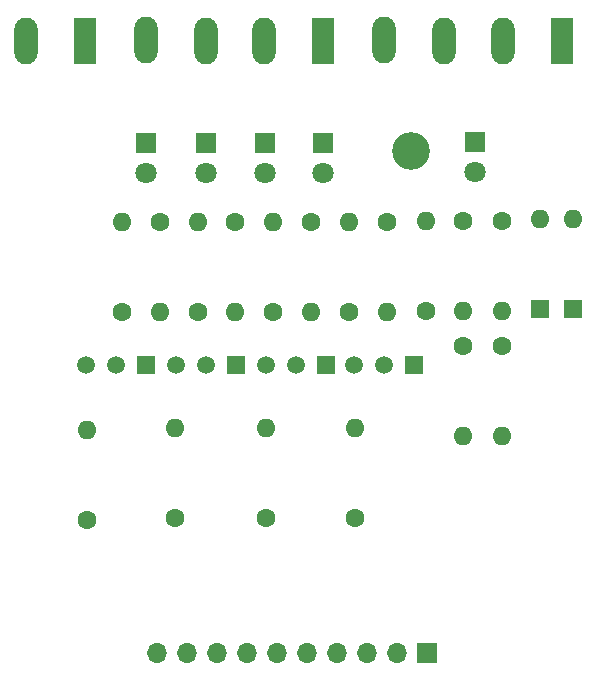
<source format=gbr>
%TF.GenerationSoftware,KiCad,Pcbnew,8.0.6*%
%TF.CreationDate,2025-08-05T17:19:42-05:00*%
%TF.ProjectId,PPDuino Nano Entradas,50504475-696e-46f2-904e-616e6f20456e,rev?*%
%TF.SameCoordinates,Original*%
%TF.FileFunction,Soldermask,Bot*%
%TF.FilePolarity,Negative*%
%FSLAX46Y46*%
G04 Gerber Fmt 4.6, Leading zero omitted, Abs format (unit mm)*
G04 Created by KiCad (PCBNEW 8.0.6) date 2025-08-05 17:19:42*
%MOMM*%
%LPD*%
G01*
G04 APERTURE LIST*
%ADD10C,1.600000*%
%ADD11O,1.600000X1.600000*%
%ADD12R,1.600000X1.600000*%
%ADD13R,1.800000X1.800000*%
%ADD14C,1.800000*%
%ADD15R,1.980000X3.960000*%
%ADD16O,1.980000X3.960000*%
%ADD17R,1.500000X1.500000*%
%ADD18C,1.500000*%
%ADD19C,3.200000*%
%ADD20R,1.700000X1.700000*%
%ADD21O,1.700000X1.700000*%
G04 APERTURE END LIST*
D10*
%TO.C,R3*%
X151100000Y-106510000D03*
D11*
X151100000Y-98890000D03*
%TD*%
D10*
%TO.C,R7*%
X137800000Y-89020000D03*
D11*
X137800000Y-81400000D03*
%TD*%
D10*
%TO.C,R9*%
X141000000Y-81380000D03*
D11*
X141000000Y-89000000D03*
%TD*%
D10*
%TO.C,R5*%
X147400000Y-81380000D03*
D11*
X147400000Y-89000000D03*
%TD*%
D10*
%TO.C,R4*%
X144200000Y-89000000D03*
D11*
X144200000Y-81380000D03*
%TD*%
D10*
%TO.C,R10*%
X134600000Y-81400000D03*
D11*
X134600000Y-89020000D03*
%TD*%
D10*
%TO.C,R1*%
X150600000Y-89020000D03*
D11*
X150600000Y-81400000D03*
%TD*%
D10*
%TO.C,R15*%
X160300000Y-81290000D03*
D11*
X160300000Y-88910000D03*
%TD*%
D10*
%TO.C,R13*%
X157100000Y-88910000D03*
D11*
X157100000Y-81290000D03*
%TD*%
D12*
%TO.C,D6*%
X169600000Y-88810000D03*
D11*
X169600000Y-81190000D03*
%TD*%
D13*
%TO.C,D3*%
X143500000Y-74725000D03*
D14*
X143500000Y-77265000D03*
%TD*%
D15*
%TO.C,J10*%
X128265000Y-66057500D03*
D16*
X123265000Y-66057500D03*
%TD*%
D10*
%TO.C,R6*%
X143600000Y-106500000D03*
D11*
X143600000Y-98880000D03*
%TD*%
D17*
%TO.C,Q4*%
X156150000Y-93550000D03*
D18*
X153610000Y-93550000D03*
X151070000Y-93550000D03*
%TD*%
D15*
%TO.C,J3*%
X168660000Y-66090000D03*
D16*
X163660000Y-66090000D03*
X158700000Y-66090000D03*
X153600000Y-65990000D03*
%TD*%
D15*
%TO.C,J2*%
X148460000Y-66090000D03*
D16*
X143460000Y-66090000D03*
X138500000Y-66090000D03*
X133400000Y-65990000D03*
%TD*%
D17*
%TO.C,Q1*%
X133450000Y-93550000D03*
D18*
X130910000Y-93550000D03*
X128370000Y-93550000D03*
%TD*%
D10*
%TO.C,R12*%
X128400000Y-106610000D03*
D11*
X128400000Y-98990000D03*
%TD*%
D10*
%TO.C,R16*%
X163600000Y-91900000D03*
D11*
X163600000Y-99520000D03*
%TD*%
D10*
%TO.C,R17*%
X163600000Y-81290000D03*
D11*
X163600000Y-88910000D03*
%TD*%
D12*
%TO.C,D7*%
X166800000Y-88810000D03*
D11*
X166800000Y-81190000D03*
%TD*%
D13*
%TO.C,D4*%
X148400000Y-74766421D03*
D14*
X148400000Y-77306421D03*
%TD*%
D19*
%TO.C,REF\u002A\u002A*%
X155900000Y-75400000D03*
%TD*%
D13*
%TO.C,D5*%
X161300000Y-74615000D03*
D14*
X161300000Y-77155000D03*
%TD*%
D10*
%TO.C,R14*%
X160300000Y-91900000D03*
D11*
X160300000Y-99520000D03*
%TD*%
D13*
%TO.C,D1*%
X133400000Y-74725000D03*
D14*
X133400000Y-77265000D03*
%TD*%
D17*
%TO.C,Q2*%
X141050000Y-93550000D03*
D18*
X138510000Y-93550000D03*
X135970000Y-93550000D03*
%TD*%
D17*
%TO.C,Q3*%
X148650000Y-93550000D03*
D18*
X146110000Y-93550000D03*
X143570000Y-93550000D03*
%TD*%
D10*
%TO.C,R2*%
X153800000Y-81400000D03*
D11*
X153800000Y-89020000D03*
%TD*%
D13*
%TO.C,D2*%
X138500000Y-74725000D03*
D14*
X138500000Y-77265000D03*
%TD*%
D20*
%TO.C,J11*%
X157220000Y-117890000D03*
D21*
X154680000Y-117890000D03*
X152140000Y-117890000D03*
X149600000Y-117890000D03*
X147060000Y-117890000D03*
X144520000Y-117890000D03*
X141980000Y-117890000D03*
X139440000Y-117890000D03*
X136900000Y-117890000D03*
X134360000Y-117890000D03*
%TD*%
D10*
%TO.C,R8*%
X131400000Y-89020000D03*
D11*
X131400000Y-81400000D03*
%TD*%
D10*
%TO.C,R11*%
X135900000Y-106510000D03*
D11*
X135900000Y-98890000D03*
%TD*%
M02*

</source>
